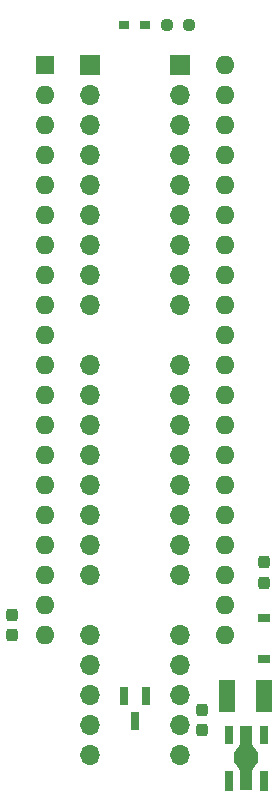
<source format=gbr>
G04 #@! TF.GenerationSoftware,KiCad,Pcbnew,8.0.4+dfsg-1*
G04 #@! TF.CreationDate,2025-03-02T15:20:18+09:00*
G04 #@! TF.ProjectId,bionic-tms9981,62696f6e-6963-42d7-946d-73393938312e,4*
G04 #@! TF.SameCoordinates,Original*
G04 #@! TF.FileFunction,Soldermask,Top*
G04 #@! TF.FilePolarity,Negative*
%FSLAX46Y46*%
G04 Gerber Fmt 4.6, Leading zero omitted, Abs format (unit mm)*
G04 Created by KiCad (PCBNEW 8.0.4+dfsg-1) date 2025-03-02 15:20:18*
%MOMM*%
%LPD*%
G01*
G04 APERTURE LIST*
G04 Aperture macros list*
%AMRoundRect*
0 Rectangle with rounded corners*
0 $1 Rounding radius*
0 $2 $3 $4 $5 $6 $7 $8 $9 X,Y pos of 4 corners*
0 Add a 4 corners polygon primitive as box body*
4,1,4,$2,$3,$4,$5,$6,$7,$8,$9,$2,$3,0*
0 Add four circle primitives for the rounded corners*
1,1,$1+$1,$2,$3*
1,1,$1+$1,$4,$5*
1,1,$1+$1,$6,$7*
1,1,$1+$1,$8,$9*
0 Add four rect primitives between the rounded corners*
20,1,$1+$1,$2,$3,$4,$5,0*
20,1,$1+$1,$4,$5,$6,$7,0*
20,1,$1+$1,$6,$7,$8,$9,0*
20,1,$1+$1,$8,$9,$2,$3,0*%
%AMFreePoly0*
4,1,13,0.500000,1.050000,1.000000,0.350000,1.000000,-0.450000,0.500000,-1.150000,0.500000,-2.750000,-0.500000,-2.750000,-0.500000,-1.150000,-1.000000,-0.450000,-1.000000,0.350000,-0.500000,1.050000,-0.500000,2.750000,0.500000,2.750000,0.500000,1.050000,0.500000,1.050000,$1*%
G04 Aperture macros list end*
%ADD10R,1.371600X2.743200*%
%ADD11RoundRect,0.237500X-0.250000X-0.237500X0.250000X-0.237500X0.250000X0.237500X-0.250000X0.237500X0*%
%ADD12R,0.965200X0.762000*%
%ADD13R,0.700000X1.600000*%
%ADD14FreePoly0,180.000000*%
%ADD15R,0.700000X1.700000*%
%ADD16R,0.660400X1.625600*%
%ADD17R,1.600000X1.600000*%
%ADD18O,1.600000X1.600000*%
%ADD19RoundRect,0.237500X0.237500X-0.300000X0.237500X0.300000X-0.237500X0.300000X-0.237500X-0.300000X0*%
%ADD20R,1.041400X0.762000*%
%ADD21R,1.700000X1.700000*%
%ADD22O,1.700000X1.700000*%
G04 APERTURE END LIST*
D10*
X121497800Y-128470800D03*
X124647400Y-128470800D03*
D11*
X116470500Y-71651000D03*
X118295500Y-71651000D03*
D12*
X114576300Y-71651000D03*
X112823700Y-71651000D03*
D13*
X124647400Y-131798200D03*
D14*
X123147400Y-133748200D03*
D13*
X121647400Y-131798200D03*
D15*
X121647400Y-135648200D03*
X124647400Y-135648200D03*
D16*
X114665200Y-128470800D03*
X112765198Y-128470800D03*
X113715199Y-130602800D03*
D17*
X106080000Y-75080000D03*
D18*
X106080000Y-77620000D03*
X106080000Y-80160000D03*
X106080000Y-82700000D03*
X106080000Y-85240000D03*
X106080000Y-87780000D03*
X106080000Y-90320000D03*
X106080000Y-92860000D03*
X106080000Y-95400000D03*
X106080000Y-97940000D03*
X106080000Y-100480000D03*
X106080000Y-103020000D03*
X106080000Y-105560000D03*
X106080000Y-108100000D03*
X106080000Y-110640000D03*
X106080000Y-113180000D03*
X106080000Y-115720000D03*
X106080000Y-118260000D03*
X106080000Y-120800000D03*
X106080000Y-123340000D03*
X121320000Y-123340000D03*
X121320000Y-120800000D03*
X121320000Y-118260000D03*
X121320000Y-115720000D03*
X121320000Y-113180000D03*
X121320000Y-110640000D03*
X121320000Y-108100000D03*
X121320000Y-105560000D03*
X121320000Y-103020000D03*
X121320000Y-100480000D03*
X121320000Y-97940000D03*
X121320000Y-95400000D03*
X121320000Y-92860000D03*
X121320000Y-90320000D03*
X121320000Y-87780000D03*
X121320000Y-85240000D03*
X121320000Y-82700000D03*
X121320000Y-80160000D03*
X121320000Y-77620000D03*
X121320000Y-75080000D03*
D19*
X119415000Y-131364200D03*
X119415000Y-129639200D03*
X103336800Y-123338900D03*
X103336800Y-121613900D03*
D20*
X124647400Y-121866800D03*
X124647400Y-125346600D03*
D19*
X124647400Y-118895000D03*
X124647400Y-117170000D03*
D21*
X109890000Y-75080000D03*
D22*
X109890000Y-77620000D03*
X109890000Y-80160000D03*
X109890000Y-82700000D03*
X109890000Y-85240000D03*
X109890000Y-87780000D03*
X109890000Y-90320000D03*
X109890000Y-92860000D03*
X109890000Y-95400000D03*
X109890000Y-100480000D03*
X109890000Y-103020000D03*
X109890000Y-105560000D03*
X109890000Y-108100000D03*
X109890000Y-110640000D03*
X109890000Y-113180000D03*
X109890000Y-115720000D03*
X109890000Y-118260000D03*
X109890000Y-123340000D03*
X109890000Y-125880000D03*
X109890000Y-128420000D03*
X109890000Y-130960000D03*
X109890000Y-133500000D03*
X117510000Y-133500000D03*
X117510000Y-130960000D03*
X117510000Y-128420000D03*
X117510000Y-125880000D03*
X117510000Y-123340000D03*
X117510000Y-118260000D03*
X117510000Y-115720000D03*
X117510000Y-113180000D03*
X117510000Y-110640000D03*
X117510000Y-108100000D03*
X117510000Y-105560000D03*
X117510000Y-103020000D03*
X117510000Y-100480000D03*
X117510000Y-95400000D03*
X117510000Y-92860000D03*
X117510000Y-90320000D03*
X117510000Y-87780000D03*
X117510000Y-85240000D03*
X117510000Y-82700000D03*
X117510000Y-80160000D03*
X117510000Y-77620000D03*
D21*
X117510000Y-75080000D03*
M02*

</source>
